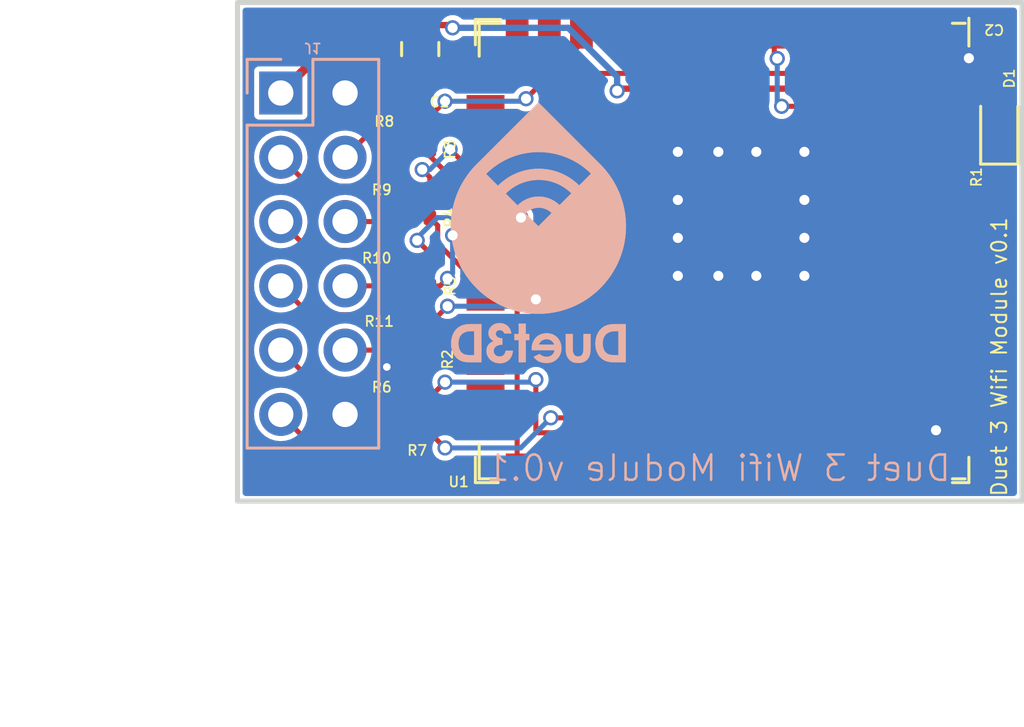
<source format=kicad_pcb>
(kicad_pcb (version 20211014) (generator pcbnew)
  (title_block (title "Duet 3 Wifi Module") (date "2022-08-20") (rev "0.1") (company "Duet3D") (comment 1 "(c) Duet3D") (comment 2 "licensed under the \"CERN-OHL-S v2\" or any later version plus the \"Additional Duet3D Licence Terms\", see https://github.com/Duet3D/Duet3-Mainboard-6HC/blob/master/LICENSE"))
  (layers (0 "F.Cu" signal) (31 "B.Cu" mixed) (34 "B.Paste" user) (35 "F.Paste" user) (36 "B.SilkS" user "B.Silkscreen") (37 "F.SilkS" user "F.Silkscreen") (38 "B.Mask" user) (39 "F.Mask" user) (44 "Edge.Cuts" user))
  (net 0 "")
  (net 1 "GND")
  (net 2 "+3.3V")
  (net 3 "/spi1mosi")
  (net 4 "/spi1miso")
  (net 5 "/spi1ss")
  (net 6 "/spi1sck")
  (net 7 "/espdatardy")
  (net 8 "/esprxd")
  (net 9 "/espen")
  (net 10 "/esptxd")
  (net 11 "SPI_MOSI")
  (net 12 "SPI_MISO")
  (net 13 "SPI_SCK")
  (net 14 "UTXD")
  (net 15 "URXD")
  (net 16 "SPI_TFR_RDY")
  (net 17 "SPI_CS0")
  (net 43 "/spitfrdy")
  (net 45 "ESP_EN")
  (net 46 "ESP_DATA_RDY")
  (net 48 "/espled_r")
  (net 49 "/espled")
  (footprint "Resistor_SMD:R_0402_1005Metric_Wbry" (layer "F.Cu") (at 27.1 243.2)
    (fp_text reference "R11" (at -1.5 -0.3 unlocked) (layer "F.SilkS") (effects (font (size 0.4 0.4) (thickness 0.07))))
    (fp_text value "470R" hide)
    (pad "1" smd roundrect (at -0.5 0) (size 0.5 0.6) (layers "F.Cu" "F.Paste" "F.Mask") (net 9 "/espen"))
    (pad "2" smd roundrect (at 0.5 0) (size 0.5 0.6) (layers "F.Cu" "F.Paste" "F.Mask") (net 45 "ESP_EN"))
  )
  (footprint "Resistor_SMD:R_0402_1005Metric_Wbry" (layer "F.Cu") (at 27.1 240.4)
    (fp_text reference "R10" (at -1.6 0 unlocked) (layer "F.SilkS") (effects (font (size 0.4 0.4) (thickness 0.07))))
    (fp_text value "1K" hide)
    (pad "1" smd roundrect (at -0.5 0) (size 0.5 0.6) (layers "F.Cu" "F.Paste" "F.Mask") (net 7 "/espdatardy"))
    (pad "2" smd roundrect (at 0.5 0) (size 0.5 0.6) (layers "F.Cu" "F.Paste" "F.Mask") (net 46 "ESP_DATA_RDY"))
  )
  (footprint "Capacitor_SMD:C_0805_2012Metric" (layer "F.Cu") (at 27.22 232.14 -90)
    (fp_text reference "C1" (at 2.09 -0.76 unlocked) (layer "F.SilkS") (effects (font (size 0.4 0.4) (thickness 0.07))))
    (fp_text value "22u" hide)
    (pad "1" smd roundrect locked (at -0.95 0 270) (size 1 1.45) (layers "F.Cu" "F.Paste" "F.Mask") (net 2 "+3.3V"))
    (pad "2" smd roundrect locked (at 0.95 0 270) (size 1 1.45) (layers "F.Cu" "F.Paste" "F.Mask") (net 1 "GND"))
  )
  (footprint "Resistor_SMD:R_0402_1005Metric_Wbry" (layer "F.Cu") (at 27.1 237.7)
    (fp_text reference "R9" (at -1.4 0 unlocked) (layer "F.SilkS") (effects (font (size 0.4 0.4) (thickness 0.07))))
    (fp_text value "1K" hide)
    (pad "1" smd roundrect (at -0.5 0) (size 0.5 0.6) (layers "F.Cu" "F.Paste" "F.Mask") (net 5 "/spi1ss"))
    (pad "2" smd roundrect (at 0.5 0) (size 0.5 0.6) (layers "F.Cu" "F.Paste" "F.Mask") (net 17 "SPI_CS0"))
  )
  (footprint "Resistor_SMD:R_0402_1005Metric_Wbry" (layer "F.Cu") (at 27.1 244.4 180)
    (fp_text reference "R2" (at -1.2 0 90 unlocked) (layer "F.SilkS") (effects (font (size 0.4 0.4) (thickness 0.07))))
    (fp_text value "4K7" hide)
    (pad "1" smd roundrect (at -0.5 0 180) (size 0.5 0.6) (layers "F.Cu" "F.Paste" "F.Mask") (net 45 "ESP_EN"))
    (pad "2" smd roundrect (at 0.5 0 180) (size 0.5 0.6) (layers "F.Cu" "F.Paste" "F.Mask") (net 1 "GND"))
  )
  (footprint "Resistor_SMD:R_0402_1005Metric_Wbry" (layer "F.Cu") (at 27.1 246)
    (fp_text reference "R6" (at -1.4 -0.5 unlocked) (layer "F.SilkS") (effects (font (size 0.4 0.4) (thickness 0.07))))
    (fp_text value "470R" hide)
    (pad "1" smd roundrect (at -0.5 0) (size 0.5 0.6) (layers "F.Cu" "F.Paste" "F.Mask") (net 8 "/esprxd"))
    (pad "2" smd roundrect (at 0.5 0) (size 0.5 0.6) (layers "F.Cu" "F.Paste" "F.Mask") (net 14 "UTXD"))
  )
  (footprint "Espressif:ESP32-S3-WROOM-1U" (layer "F.Cu") (at 39.3 240.12 -90)
    (fp_text reference "U1" (at 9.12 10.56 unlocked) (layer "F.SilkS") (effects (font (size 0.4 0.4) (thickness 0.07))))
    (fp_text value "ESP32-S3-WROOM-1" hide)
    (pad "1" smd rect (at -8.75 -8.26 270) (size 1.5 0.9) (layers "F.Cu" "F.Paste" "F.Mask") (net 1 "GND"))
    (pad "2" smd rect (at -8.75 -6.99 270) (size 1.5 0.9) (layers "F.Cu" "F.Paste" "F.Mask") (net 2 "+3.3V"))
    (pad "3" smd rect (at -8.75 -5.72 270) (size 1.5 0.9) (layers "F.Cu" "F.Paste" "F.Mask") (net 45 "ESP_EN"))
    (pad "4" smd rect (at -8.75 -4.45 270) (size 1.5 0.9) (layers "F.Cu" "F.Paste" "F.Mask"))
    (pad "5" smd rect (at -8.75 -3.18 270) (size 1.5 0.9) (layers "F.Cu" "F.Paste" "F.Mask"))
    (pad "6" smd rect (at -8.75 -1.91 270) (size 1.5 0.9) (layers "F.Cu" "F.Paste" "F.Mask") (net 49 "/espled"))
    (pad "7" smd rect (at -8.75 -0.64 270) (size 1.5 0.9) (layers "F.Cu" "F.Paste" "F.Mask"))
    (pad "8" smd rect (at -8.75 0.63 270) (size 1.5 0.9) (layers "F.Cu" "F.Paste" "F.Mask"))
    (pad "9" smd rect (at -8.75 1.9 270) (size 1.5 0.9) (layers "F.Cu" "F.Paste" "F.Mask"))
    (pad "10" smd rect (at -8.75 3.17 270) (size 1.5 0.9) (layers "F.Cu" "F.Paste" "F.Mask"))
    (pad "11" smd rect (at -8.75 4.44 270) (size 1.5 0.9) (layers "F.Cu" "F.Paste" "F.Mask"))
    (pad "12" smd rect (at -8.75 5.71 270) (size 1.5 0.9) (layers "F.Cu" "F.Paste" "F.Mask") (net 16 "SPI_TFR_RDY"))
    (pad "13" smd rect (at -8.75 6.98 270) (size 1.5 0.9) (layers "F.Cu" "F.Paste" "F.Mask"))
    (pad "14" smd rect (at -8.75 8.25 270) (size 1.5 0.9) (layers "F.Cu" "F.Paste" "F.Mask"))
    (pad "15" smd rect (at -6.985 9.5) (size 1.5 0.9) (layers "F.Cu" "F.Paste" "F.Mask"))
    (pad "16" smd rect (at -5.715 9.5) (size 1.5 0.9) (layers "F.Cu" "F.Paste" "F.Mask"))
    (pad "17" smd rect (at -4.445 9.5) (size 1.5 0.9) (layers "F.Cu" "F.Paste" "F.Mask"))
    (pad "18" smd rect (at -3.175 9.5) (size 1.5 0.9) (layers "F.Cu" "F.Paste" "F.Mask") (net 17 "SPI_CS0"))
    (pad "19" smd rect (at -1.905 9.5) (size 1.5 0.9) (layers "F.Cu" "F.Paste" "F.Mask") (net 11 "SPI_MOSI"))
    (pad "20" smd rect (at -0.635 9.5) (size 1.5 0.9) (layers "F.Cu" "F.Paste" "F.Mask") (net 13 "SPI_SCK"))
    (pad "21" smd rect (at 0.635 9.5) (size 1.5 0.9) (layers "F.Cu" "F.Paste" "F.Mask") (net 12 "SPI_MISO"))
    (pad "22" smd rect (at 1.905 9.5) (size 1.5 0.9) (layers "F.Cu" "F.Paste" "F.Mask"))
    (pad "23" smd rect (at 3.175 9.5) (size 1.5 0.9) (layers "F.Cu" "F.Paste" "F.Mask"))
    (pad "24" smd rect (at 4.445 9.5) (size 1.5 0.9) (layers "F.Cu" "F.Paste" "F.Mask"))
    (pad "25" smd rect (at 5.715 9.5) (size 1.5 0.9) (layers "F.Cu" "F.Paste" "F.Mask"))
    (pad "26" smd rect (at 6.985 9.5) (size 1.5 0.9) (layers "F.Cu" "F.Paste" "F.Mask"))
    (pad "27" smd rect (at 8.75 8.25 90) (size 1.5 0.9) (layers "F.Cu" "F.Paste" "F.Mask") (net 46 "ESP_DATA_RDY"))
    (pad "28" smd rect (at 8.75 6.98 90) (size 1.5 0.9) (layers "F.Cu" "F.Paste" "F.Mask"))
    (pad "29" smd rect (at 8.75 5.71 90) (size 1.5 0.9) (layers "F.Cu" "F.Paste" "F.Mask"))
    (pad "30" smd rect (at 8.75 4.44 90) (size 1.5 0.9) (layers "F.Cu" "F.Paste" "F.Mask"))
    (pad "31" smd rect (at 8.75 3.17 90) (size 1.5 0.9) (layers "F.Cu" "F.Paste" "F.Mask"))
    (pad "32" smd rect (at 8.75 1.9 90) (size 1.5 0.9) (layers "F.Cu" "F.Paste" "F.Mask"))
    (pad "33" smd rect (at 8.75 0.63 90) (size 1.5 0.9) (layers "F.Cu" "F.Paste" "F.Mask"))
    (pad "34" smd rect (at 8.75 -0.64 90) (size 1.5 0.9) (layers "F.Cu" "F.Paste" "F.Mask"))
    (pad "35" smd rect (at 8.75 -1.91 90) (size 1.5 0.9) (layers "F.Cu" "F.Paste" "F.Mask"))
    (pad "36" smd rect (at 8.75 -3.18 90) (size 1.5 0.9) (layers "F.Cu" "F.Paste" "F.Mask") (net 14 "UTXD"))
    (pad "37" smd rect (at 8.75 -4.45 90) (size 1.5 0.9) (layers "F.Cu" "F.Paste" "F.Mask") (net 15 "URXD"))
    (pad "38" smd rect (at 8.75 -5.72 90) (size 1.5 0.9) (layers "F.Cu" "F.Paste" "F.Mask"))
    (pad "39" smd rect (at 8.75 -6.99 90) (size 1.5 0.9) (layers "F.Cu" "F.Paste" "F.Mask"))
    (pad "40" smd rect (at 8.75 -8.26 90) (size 1.5 0.9) (layers "F.Cu" "F.Paste" "F.Mask") (net 1 "GND"))
    (pad "41" smd rect (at -2.9 -0.54 90) (size 0.9 0.9) (layers "F.Cu" "F.Paste" "F.Mask") (net 1 "GND"))
    (pad "41" smd rect (at -0.1 -0.54 90) (size 0.9 0.9) (layers "F.Cu" "F.Paste" "F.Mask") (net 1 "GND"))
    (pad "41" smd rect (at -0.1 -1.94 90) (size 0.9 0.9) (layers "F.Cu" "F.Paste" "F.Mask") (net 1 "GND"))
    (pad "41" smd rect (at -1.5 -1.94 90) (size 0.9 0.9) (layers "F.Cu" "F.Paste" "F.Mask") (net 1 "GND"))
    (pad "41" smd rect (at -0.1 0.86 90) (size 0.9 0.9) (layers "F.Cu" "F.Paste" "F.Mask") (net 1 "GND"))
    (pad "41" smd rect (at -1.5 0.86 90) (size 0.9 0.9) (layers "F.Cu" "F.Paste" "F.Mask") (net 1 "GND"))
    (pad "41" smd rect (at -2.9 -1.94 90) (size 0.9 0.9) (layers "F.Cu" "F.Paste" "F.Mask") (net 1 "GND"))
    (pad "41" smd rect (at -2.9 0.86 90) (size 0.9 0.9) (layers "F.Cu" "F.Paste" "F.Mask") (net 1 "GND"))
    (pad "41" smd rect (at -1.5 -0.54 90) (size 0.9 0.9) (layers "F.Cu" "F.Paste" "F.Mask") (net 1 "GND"))
  )
  (footprint "LED_SMD:LED_0603_1608Metric" (layer "F.Cu") (at 50.1 235.2 90)
    (fp_text reference "D1" (at 1.9 0.4 90 unlocked) (layer "F.SilkS") (effects (font (size 0.4 0.4) (thickness 0.07))))
    (fp_text value "ESP_LED" hide)
    (pad "1" smd roundrect locked (at -0.7875 0 90) (size 0.875 0.95) (layers "F.Cu" "F.Paste" "F.Mask") (net 48 "/espled_r"))
    (pad "2" smd roundrect locked (at 0.7875 0 90) (size 0.875 0.95) (layers "F.Cu" "F.Paste" "F.Mask") (net 2 "+3.3V"))
  )
  (footprint "Resistor_SMD:R_0402_1005Metric_Wbry" (layer "F.Cu") (at 27.1 241.5)
    (fp_text reference "R5" (at 1.3 0 90 unlocked) (layer "F.SilkS") (effects (font (size 0.4 0.4) (thickness 0.07))))
    (fp_text value "100R" hide)
    (pad "1" smd roundrect (at -0.5 0) (size 0.5 0.6) (layers "F.Cu" "F.Paste" "F.Mask") (net 6 "/spi1sck"))
    (pad "2" smd roundrect (at 0.5 0) (size 0.5 0.6) (layers "F.Cu" "F.Paste" "F.Mask") (net 13 "SPI_SCK"))
  )
  (footprint "Resistor_SMD:R_0402_1005Metric_Wbry" (layer "F.Cu") (at 27.1 238.8)
    (fp_text reference "R4" (at 1.3 0 90 unlocked) (layer "F.SilkS") (effects (font (size 0.4 0.4) (thickness 0.07))))
    (fp_text value "100R" hide)
    (pad "1" smd roundrect (at -0.5 0) (size 0.5 0.6) (layers "F.Cu" "F.Paste" "F.Mask") (net 4 "/spi1miso"))
    (pad "2" smd roundrect (at 0.5 0) (size 0.5 0.6) (layers "F.Cu" "F.Paste" "F.Mask") (net 12 "SPI_MISO"))
  )
  (footprint "Resistor_SMD:R_0402_1005Metric_Wbry" (layer "F.Cu") (at 27.1 235 180)
    (fp_text reference "R8" (at 1.3 0 unlocked) (layer "F.SilkS") (effects (font (size 0.4 0.4) (thickness 0.07))))
    (fp_text value "1K" hide)
    (pad "1" smd roundrect (at -0.5 0 180) (size 0.5 0.6) (layers "F.Cu" "F.Paste" "F.Mask") (net 16 "SPI_TFR_RDY"))
    (pad "2" smd roundrect (at 0.5 0 180) (size 0.5 0.6) (layers "F.Cu" "F.Paste" "F.Mask") (net 43 "/spitfrdy"))
  )
  (footprint "Resistor_SMD:R_0402_1005Metric_Wbry" (layer "F.Cu") (at 27.1 247.1)
    (fp_text reference "R7" (at 0 0.9 unlocked) (layer "F.SilkS") (effects (font (size 0.4 0.4) (thickness 0.07))))
    (fp_text value "1K" hide)
    (pad "1" smd roundrect (at -0.5 0) (size 0.5 0.6) (layers "F.Cu" "F.Paste" "F.Mask") (net 10 "/esptxd"))
    (pad "2" smd roundrect (at 0.5 0) (size 0.5 0.6) (layers "F.Cu" "F.Paste" "F.Mask") (net 15 "URXD"))
  )
  (footprint "Resistor_SMD:R_0402_1005Metric_Wbry" (layer "F.Cu") (at 50 237.8 -90)
    (fp_text reference "R1" (at -0.6 0.8 90 unlocked) (layer "F.SilkS") (effects (font (size 0.4 0.4) (thickness 0.07))))
    (fp_text value "180R" hide)
    (pad "1" smd roundrect (at -0.5 0 270) (size 0.5 0.6) (layers "F.Cu" "F.Paste" "F.Mask") (net 48 "/espled_r"))
    (pad "2" smd roundrect (at 0.5 0 270) (size 0.5 0.6) (layers "F.Cu" "F.Paste" "F.Mask") (net 49 "/espled"))
  )
  (footprint "Capacitor_SMD:C_0402_1005Metric_Wbry" (layer "F.Cu") (at 49.9 232.7 -90)
    (fp_text reference "C2" (at -1.33 0 180 unlocked) (layer "F.SilkS") (effects (font (size 0.4 0.4) (thickness 0.07))))
    (fp_text value "0u1" hide)
    (pad "1" smd roundrect (at -0.5 0 270) (size 0.5 0.6) (layers "F.Cu" "F.Paste" "F.Mask") (net 1 "GND"))
    (pad "2" smd roundrect (at 0.5 0 270) (size 0.5 0.6) (layers "F.Cu" "F.Paste" "F.Mask") (net 2 "+3.3V"))
  )
  (footprint "Resistor_SMD:R_0402_1005Metric_Wbry" (layer "F.Cu") (at 27.1 236.1)
    (fp_text reference "R3" (at 1.3 0 90 unlocked) (layer "F.SilkS") (effects (font (size 0.4 0.4) (thickness 0.07))))
    (fp_text value "100R" hide)
    (pad "1" smd roundrect (at -0.5 0) (size 0.5 0.6) (layers "F.Cu" "F.Paste" "F.Mask") (net 3 "/spi1mosi"))
    (pad "2" smd roundrect (at 0.5 0) (size 0.5 0.6) (layers "F.Cu" "F.Paste" "F.Mask") (net 11 "SPI_MOSI"))
  )
  (footprint "Connector_PinSocket_2.54mm:PinSocket_2x06_P2.54mm_Vertical" (layer "B.Cu") (at 21.71 233.875 180)
    (fp_text reference "J1" (at -1.27 1.775 180 unlocked) (layer "B.SilkS") (effects (font (size 0.4 0.4) (thickness 0.07)) (justify mirror)))
    (fp_text value "ESP_DB" hide)
    (pad "1" thru_hole rect locked (at 0 0 180) (size 1.7 1.7) (drill 1) (layers *.Cu *.Mask) (net 2 "+3.3V"))
    (pad "2" thru_hole oval locked (at -2.54 0 180) (size 1.7 1.7) (drill 1) (layers *.Cu *.Mask) (net 1 "GND"))
    (pad "3" thru_hole oval locked (at 0 -2.54 180) (size 1.7 1.7) (drill 1) (layers *.Cu *.Mask) (net 3 "/spi1mosi"))
    (pad "4" thru_hole oval locked (at -2.54 -2.54 180) (size 1.7 1.7) (drill 1) (layers *.Cu *.Mask) (net 43 "/spitfrdy"))
    (pad "5" thru_hole oval locked (at 0 -5.08 180) (size 1.7 1.7) (drill 1) (layers *.Cu *.Mask) (net 4 "/spi1miso"))
    (pad "6" thru_hole oval locked (at -2.54 -5.08 180) (size 1.7 1.7) (drill 1) (layers *.Cu *.Mask) (net 5 "/spi1ss"))
    (pad "7" thru_hole oval locked (at 0 -7.62 180) (size 1.7 1.7) (drill 1) (layers *.Cu *.Mask) (net 6 "/spi1sck"))
    (pad "8" thru_hole oval locked (at -2.54 -7.62 180) (size 1.7 1.7) (drill 1) (layers *.Cu *.Mask) (net 7 "/espdatardy"))
    (pad "9" thru_hole oval locked (at 0 -10.16 180) (size 1.7 1.7) (drill 1) (layers *.Cu *.Mask) (net 8 "/esprxd"))
    (pad "10" thru_hole oval locked (at -2.54 -10.16 180) (size 1.7 1.7) (drill 1) (layers *.Cu *.Mask) (net 9 "/espen"))
    (pad "11" thru_hole oval locked (at 0 -12.7 180) (size 1.7 1.7) (drill 1) (layers *.Cu *.Mask) (net 10 "/esptxd"))
    (pad "12" thru_hole oval locked (at -2.54 -12.7 180) (size 1.7 1.7) (drill 1) (layers *.Cu *.Mask) (net 1 "GND"))
  )
  (footprint "complib:LOGO_NEW_Duet3D_vertical_6mm" (layer "B.Cu") (at 31.9 239.4 180)
    (fp_text reference "M1" hide)
    (fp_text value "Logo_Duet3d_New" hide)
  )
  (gr_line (start 20 230.3) (end 51 230.3) (layer "Edge.Cuts") (width 0.2))
  (gr_line (start 20 250) (end 51 250) (layer "Edge.Cuts") (width 0.2))
  (gr_line (start 20 250) (end 20 230.3) (layer "Edge.Cuts") (width 0.2))
  (gr_line (start 51 230.3) (end 51 250) (layer "Edge.Cuts") (width 0.2))
  (gr_text "Duet 3 Wifi Module v0.1" (at 39 248.7) (layer "B.SilkS") (effects (font (size 1 1) (thickness 0.1)) (justify mirror)))
  (gr_text "Duet 3 Wifi Module v0.1" (at 50.1 244.3 90) (layer "F.SilkS") (effects (font (size 0.6 0.6) (thickness 0.08))))
  (segment (start 47.56 231.37) (end 49.07 231.37) (width 0.2) (layer "F.Cu") (net 1))
  (segment (start 26.2 244.4) (end 25.9 244.7) (width 0.2) (layer "F.Cu") (net 1))
  (segment (start 49.2 232.2) (end 48.9 232.5) (width 0.2) (layer "F.Cu") (net 1))
  (segment (start 47.56 248.87) (end 47.56 247.24) (width 0.25) (layer "F.Cu") (net 1))
  (segment (start 49.07 231.37) (end 49.9 232.2) (width 0.2) (layer "F.Cu") (net 1))
  (segment (start 47.56 247.24) (end 47.6 247.2) (width 0.25) (layer "F.Cu") (net 1))
  (segment (start 49.9 232.2) (end 49.2 232.2) (width 0.2) (layer "F.Cu") (net 1))
  (segment (start 26.6 244.4) (end 26.2 244.4) (width 0.2) (layer "F.Cu") (net 1))
  (segment (start 27.22 233.09) (end 25.035 233.09) (width 0.35) (layer "F.Cu") (net 1))
  (segment (start 25.035 233.09) (end 24.25 233.875) (width 0.35) (layer "F.Cu") (net 1))
  (via (at 39 236.2) (size 0.6) (drill 0.4) (layers "F.Cu" "B.Cu") (net 1))
  (via (at 39 241.1) (size 0.6) (drill 0.4) (layers "F.Cu" "B.Cu") (net 1))
  (via (at 37.4 239.6) (size 0.6) (drill 0.4) (layers "F.Cu" "B.Cu") (net 1))
  (via (at 48.9 232.5) (size 0.6) (drill 0.4) (layers "F.Cu" "B.Cu") (net 1))
  (via (at 25.9 244.7) (size 0.6) (drill 0.3) (layers "F.Cu" "B.Cu") (net 1))
  (via (at 47.6 247.2) (size 0.6) (drill 0.4) (layers "F.Cu" "B.Cu") (net 1))
  (via (at 40.5 236.2) (size 0.6) (drill 0.4) (layers "F.Cu" "B.Cu") (net 1))
  (via (at 37.4 238.1) (size 0.6) (drill 0.4) (layers "F.Cu" "B.Cu") (net 1))
  (via (at 40.5 241.1) (size 0.6) (drill 0.4) (layers "F.Cu" "B.Cu") (net 1))
  (via (at 42.4 236.2) (size 0.6) (drill 0.4) (layers "F.Cu" "B.Cu") (net 1))
  (via (at 37.4 241.1) (size 0.6) (drill 0.4) (layers "F.Cu" "B.Cu") (net 1))
  (via (at 37.4 236.2) (size 0.6) (drill 0.4) (layers "F.Cu" "B.Cu") (net 1))
  (via (at 42.4 241.1) (size 0.6) (drill 0.4) (layers "F.Cu" "B.Cu") (net 1))
  (via (at 42.4 238.1) (size 0.6) (drill 0.4) (layers "F.Cu" "B.Cu") (net 1))
  (via (at 42.4 239.6) (size 0.6) (drill 0.4) (layers "F.Cu" "B.Cu") (net 1))
  (segment (start 46.29 232.32) (end 47.17 233.2) (width 0.2) (layer "F.Cu") (net 2))
  (segment (start 21.71 233.875) (end 24.395 231.19) (width 0.35) (layer "F.Cu") (net 2))
  (segment (start 46.29 231.37) (end 46.29 232.37) (width 0.25) (layer "F.Cu") (net 2))
  (segment (start 28.39 231.19) (end 28.5 231.3) (width 0.25) (layer "F.Cu") (net 2))
  (segment (start 44.955988 233.704012) (end 35.085488 233.704012) (width 0.25) (layer "F.Cu") (net 2))
  (segment (start 47.17 233.2) (end 49.9 233.2) (width 0.2) (layer "F.Cu") (net 2))
  (segment (start 49.9 234.2125) (end 50.1 234.4125) (width 0.2) (layer "F.Cu") (net 2))
  (segment (start 24.395 231.19) (end 27.22 231.19) (width 0.35) (layer "F.Cu") (net 2))
  (segment (start 46.29 231.37) (end 46.29 232.32) (width 0.2) (layer "F.Cu") (net 2))
  (segment (start 27.22 231.19) (end 28.39 231.19) (width 0.25) (layer "F.Cu") (net 2))
  (segment (start 49.9 233.2) (end 49.9 234.2125) (width 0.2) (layer "F.Cu") (net 2))
  (segment (start 46.29 232.37) (end 44.955988 233.704012) (width 0.25) (layer "F.Cu") (net 2))
  (segment (start 35.085488 233.704012) (end 35 233.7895) (width 0.25) (layer "F.Cu") (net 2))
  (via (at 28.5 231.3) (size 0.6) (drill 0.4) (layers "F.Cu" "B.Cu") (net 2))
  (via (at 35 233.7895) (size 0.6) (drill 0.4) (layers "F.Cu" "B.Cu") (net 2))
  (segment (start 28.5 231.3) (end 33.069037 231.3) (width 0.25) (layer "B.Cu") (net 2))
  (segment (start 33.069037 231.3) (end 35 233.230963) (width 0.25) (layer "B.Cu") (net 2))
  (segment (start 35 233.230963) (end 35 233.7895) (width 0.25) (layer "B.Cu") (net 2))
  (segment (start 25.145489 237.554511) (end 26.6 236.1) (width 0.2) (layer "F.Cu") (net 3))
  (segment (start 22.849511 237.554511) (end 25.145489 237.554511) (width 0.2) (layer "F.Cu") (net 3))
  (segment (start 21.71 236.415) (end 22.849511 237.554511) (width 0.2) (layer "F.Cu") (net 3))
  (segment (start 22.849511 240.094511) (end 25.305489 240.094511) (width 0.2) (layer "F.Cu") (net 4))
  (segment (start 21.71 238.955) (end 22.849511 240.094511) (width 0.2) (layer "F.Cu") (net 4))
  (segment (start 25.305489 240.094511) (end 26.6 238.8) (width 0.2) (layer "F.Cu") (net 4))
  (segment (start 24.25 238.955) (end 25.345 238.955) (width 0.2) (layer "F.Cu") (net 5))
  (segment (start 25.345 238.955) (end 26.6 237.7) (width 0.2) (layer "F.Cu") (net 5))
  (segment (start 25.465489 242.634511) (end 26.6 241.5) (width 0.2) (layer "F.Cu") (net 6))
  (segment (start 22.849511 242.634511) (end 25.465489 242.634511) (width 0.2) (layer "F.Cu") (net 6))
  (segment (start 21.71 241.495) (end 22.849511 242.634511) (width 0.2) (layer "F.Cu") (net 6))
  (segment (start 25.505 241.495) (end 26.6 240.4) (width 0.2) (layer "F.Cu") (net 7))
  (segment (start 24.25 241.495) (end 25.505 241.495) (width 0.2) (layer "F.Cu") (net 7))
  (segment (start 26.035489 245.435489) (end 26.6 246) (width 0.2) (layer "F.Cu") (net 8))
  (segment (start 21.71 244.035) (end 23.110489 245.435489) (width 0.2) (layer "F.Cu") (net 8))
  (segment (start 23.110489 245.435489) (end 26.035489 245.435489) (width 0.2) (layer "F.Cu") (net 8))
  (segment (start 24.25 244.035) (end 25.765 244.035) (width 0.2) (layer "F.Cu") (net 9))
  (segment (start 25.765 244.035) (end 26.6 243.2) (width 0.2) (layer "F.Cu") (net 9))
  (segment (start 22.849511 247.714511) (end 25.985489 247.714511) (width 0.2) (layer "F.Cu") (net 10))
  (segment (start 25.985489 247.714511) (end 26.6 247.1) (width 0.2) (layer "F.Cu") (net 10))
  (segment (start 21.71 246.575) (end 22.849511 247.714511) (width 0.2) (layer "F.Cu") (net 10))
  (segment (start 27.6 236.366319) (end 29.448681 238.215) (width 0.2) (layer "F.Cu") (net 11))
  (segment (start 29.448681 238.215) (end 29.8 238.215) (width 0.2) (layer "F.Cu") (net 11))
  (segment (start 27.6 236.1) (end 27.6 236.366319) (width 0.2) (layer "F.Cu") (net 11))
  (segment (start 28.85 240.755) (end 29.8 240.755) (width 0.2) (layer "F.Cu") (net 12))
  (segment (start 27.910499 239.110499) (end 27.910499 239.815499) (width 0.2) (layer "F.Cu") (net 12))
  (segment (start 27.910499 239.815499) (end 28.85 240.755) (width 0.2) (layer "F.Cu") (net 12))
  (segment (start 27.6 238.8) (end 27.910499 239.110499) (width 0.2) (layer "F.Cu") (net 12))
  (segment (start 28.5 239.5) (end 29.785 239.5) (width 0.2) (layer "F.Cu") (net 13))
  (segment (start 27.6 241.5) (end 28 241.5) (width 0.2) (layer "F.Cu") (net 13))
  (segment (start 29.785 239.5) (end 29.8 239.485) (width 0.2) (layer "F.Cu") (net 13))
  (segment (start 28 241.5) (end 28.3 241.2) (width 0.2) (layer "F.Cu") (net 13))
  (via (at 28.5 239.5) (size 0.6) (drill 0.4) (layers "F.Cu" "B.Cu") (net 13))
  (via (at 28.3 241.2) (size 0.6) (drill 0.4) (layers "F.Cu" "B.Cu") (net 13))
  (segment (start 28.5 241) (end 28.5 239.5) (width 0.2) (layer "B.Cu") (net 13))
  (segment (start 28.3 241.2) (end 28.5 241) (width 0.2) (layer "B.Cu") (net 13))
  (segment (start 31.7895 247.1895) (end 31.7895 245.2) (width 0.2) (layer "F.Cu") (net 14))
  (segment (start 27.6 245.9) (end 28.2 245.3) (width 0.2) (layer "F.Cu") (net 14))
  (segment (start 42.48 247.92) (end 41.86 247.3) (width 0.2) (layer "F.Cu") (net 14))
  (segment (start 42.48 248.87) (end 42.48 247.92) (width 0.2) (layer "F.Cu") (net 14))
  (segment (start 41.86 247.3) (end 31.9 247.3) (width 0.2) (layer "F.Cu") (net 14))
  (segment (start 31.9 247.3) (end 31.7895 247.1895) (width 0.2) (layer "F.Cu") (net 14))
  (segment (start 27.6 246) (end 27.6 245.9) (width 0.2) (layer "F.Cu") (net 14))
  (via (at 28.2 245.3) (size 0.6) (drill 0.4) (layers "F.Cu" "B.Cu") (net 14))
  (via (at 31.7895 245.2) (size 0.6) (drill 0.4) (layers "F.Cu" "B.Cu") (net 14))
  (segment (start 31.6895 245.3) (end 31.7895 245.2) (width 0.2) (layer "B.Cu") (net 14))
  (segment (start 28.2 245.3) (end 31.6895 245.3) (width 0.2) (layer "B.Cu") (net 14))
  (segment (start 27.6 247.1) (end 27.6 247.3) (width 0.2) (layer "F.Cu") (net 15))
  (segment (start 43.75 247.92) (end 42.5405 246.7105) (width 0.2) (layer "F.Cu") (net 15))
  (segment (start 27.6 247.3) (end 28.2 247.9) (width 0.2) (layer "F.Cu") (net 15))
  (segment (start 43.75 248.87) (end 43.75 247.92) (width 0.2) (layer "F.Cu") (net 15))
  (segment (start 42.5405 246.7105) (end 32.379 246.7105) (width 0.2) (layer "F.Cu") (net 15))
  (via (at 28.2 247.9) (size 0.6) (drill 0.4) (layers "F.Cu" "B.Cu") (net 15))
  (via (at 32.379 246.7105) (size 0.6) (drill 0.4) (layers "F.Cu" "B.Cu") (net 15))
  (segment (start 31.1895 247.9) (end 32.379 246.7105) (width 0.2) (layer "B.Cu") (net 15))
  (segment (start 28.2 247.9) (end 31.1895 247.9) (width 0.2) (layer "B.Cu") (net 15))
  (segment (start 33.59 231.37) (end 33.59 231.91) (width 0.2) (layer "F.Cu") (net 16))
  (segment (start 27.6 235) (end 27.6 234.8) (width 0.2) (layer "F.Cu") (net 16))
  (segment (start 27.6 234.8) (end 28.2 234.2) (width 0.2) (layer "F.Cu") (net 16))
  (segment (start 33.59 231.91) (end 31.4 234.1) (width 0.2) (layer "F.Cu") (net 16))
  (via (at 31.4 234.1) (size 0.6) (drill 0.4) (layers "F.Cu" "B.Cu") (net 16))
  (via (at 28.2 234.2) (size 0.6) (drill 0.4) (layers "F.Cu" "B.Cu") (net 16))
  (segment (start 28.2 234.2) (end 31.3 234.2) (width 0.2) (layer "B.Cu") (net 16))
  (segment (start 31.3 234.2) (end 31.4 234.1) (width 0.2) (layer "B.Cu") (net 16))
  (segment (start 28.4 236.1) (end 29.245 236.945) (width 0.2) (layer "F.Cu") (net 17))
  (segment (start 27.6 237.2) (end 27.3 236.9) (width 0.2) (layer "F.Cu") (net 17))
  (segment (start 29.245 236.945) (end 29.8 236.945) (width 0.2) (layer "F.Cu") (net 17))
  (segment (start 27.6 237.7) (end 27.6 237.2) (width 0.2) (layer "F.Cu") (net 17))
  (via (at 27.3 236.9) (size 0.6) (drill 0.4) (layers "F.Cu" "B.Cu") (net 17))
  (via (at 28.4 236.1) (size 0.6) (drill 0.4) (layers "F.Cu" "B.Cu") (net 17))
  (segment (start 27.3 236.9) (end 27.6 236.9) (width 0.2) (layer "B.Cu") (net 17))
  (segment (start 27.6 236.9) (end 28.4 236.1) (width 0.2) (layer "B.Cu") (net 17))
  (segment (start 24.25 236.415) (end 25.665 235) (width 0.2) (layer "F.Cu") (net 43))
  (segment (start 25.665 235) (end 26.6 235) (width 0.2) (layer "F.Cu") (net 43))
  (segment (start 27.6 243.2) (end 27.6 244.4) (width 0.2) (layer "F.Cu") (net 45))
  (segment (start 33.7 233.1) (end 44.5 233.1) (width 0.2) (layer "F.Cu") (net 45))
  (segment (start 31.7895 242.029009) (end 31.7895 235.0105) (width 0.2) (layer "F.Cu") (net 45))
  (segment (start 27.6 243) (end 28.3 242.3) (width 0.2) (layer "F.Cu") (net 45))
  (segment (start 31.7895 235.0105) (end 33.7 233.1) (width 0.2) (layer "F.Cu") (net 45))
  (segment (start 45.02 232.58) (end 45.02 231.37) (width 0.2) (layer "F.Cu") (net 45))
  (segment (start 44.5 233.1) (end 45.02 232.58) (width 0.2) (layer "F.Cu") (net 45))
  (segment (start 27.6 243.2) (end 27.6 243) (width 0.2) (layer "F.Cu") (net 45))
  (via (at 28.3 242.3) (size 0.6) (drill 0.4) (layers "F.Cu" "B.Cu") (net 45))
  (via (at 31.7895 242.029009) (size 0.6) (drill 0.4) (layers "F.Cu" "B.Cu") (net 45))
  (segment (start 31.518509 242.3) (end 31.7895 242.029009) (width 0.2) (layer "B.Cu") (net 45))
  (segment (start 28.3 242.3) (end 31.518509 242.3) (width 0.2) (layer "B.Cu") (net 45))
  (segment (start 31.05 238.95) (end 31.2 238.8) (width 0.2) (layer "F.Cu") (net 46))
  (segment (start 31.05 248.87) (end 31.05 238.95) (width 0.2) (layer "F.Cu") (net 46))
  (segment (start 27.6 240.2) (end 27.1 239.7) (width 0.2) (layer "F.Cu") (net 46))
  (segment (start 27.6 240.4) (end 27.6 240.2) (width 0.2) (layer "F.Cu") (net 46))
  (via (at 27.1 239.7) (size 0.6) (drill 0.4) (layers "F.Cu" "B.Cu") (net 46))
  (via (at 31.2 238.8) (size 0.6) (drill 0.4) (layers "F.Cu" "B.Cu") (net 46))
  (segment (start 27.9 238.8) (end 31.2 238.8) (width 0.2) (layer "B.Cu") (net 46))
  (segment (start 27.1 239.7) (end 27.1 239.6) (width 0.2) (layer "B.Cu") (net 46))
  (segment (start 27.1 239.6) (end 27.9 238.8) (width 0.2) (layer "B.Cu") (net 46))
  (segment (start 50 236.0875) (end 50.1 235.9875) (width 0.2) (layer "F.Cu") (net 48))
  (segment (start 50 237.3) (end 50 236.0875) (width 0.2) (layer "F.Cu") (net 48))
  (segment (start 48.8 237.1) (end 48.8 236.1) (width 0.2) (layer "F.Cu") (net 49))
  (segment (start 47.1 234.4) (end 41.5 234.4) (width 0.2) (layer "F.Cu") (net 49))
  (segment (start 48.8 236.1) (end 47.1 234.4) (width 0.2) (layer "F.Cu") (net 49))
  (segment (start 41.21 231.37) (end 41.21 232.393609) (width 0.2) (layer "F.Cu") (net 49))
  (segment (start 50 238.3) (end 48.8 237.1) (width 0.2) (layer "F.Cu") (net 49))
  (segment (start 41.21 232.393609) (end 41.326891 232.5105) (width 0.2) (layer "F.Cu") (net 49))
  (via (at 41.326891 232.5105) (size 0.6) (drill 0.4) (layers "F.Cu" "B.Cu") (net 49))
  (via (at 41.5 234.4) (size 0.6) (drill 0.4) (layers "F.Cu" "B.Cu") (net 49))
  (segment (start 41.5 234.4) (end 41.326891 234.226891) (width 0.2) (layer "B.Cu") (net 49))
  (segment (start 41.326891 234.226891) (end 41.326891 232.5105) (width 0.2) (layer "B.Cu") (net 49))
  (zone (net 1) (net_name "GND") (layer "F.Cu") (connect_pads yes (clearance 0.2)) (min_thickness 0.254) (fill yes (thermal_gap 0.508) (thermal_bridge_width 0.508))
    (polygon (pts (xy 43 241.5) (xy 36.8 241.5) (xy 36.8 235.7) (xy 43 235.7)))
  )
  (zone (net 1) (net_name "GND") (layer "B.Cu") (connect_pads yes (clearance 0.2)) (min_thickness 0.254) (fill yes (thermal_gap 0.508) (thermal_bridge_width 0.508))
    (polygon (pts (xy 51 250) (xy 20.1 250) (xy 20.1 230.3) (xy 51 230.3)))
  )
)
</source>
